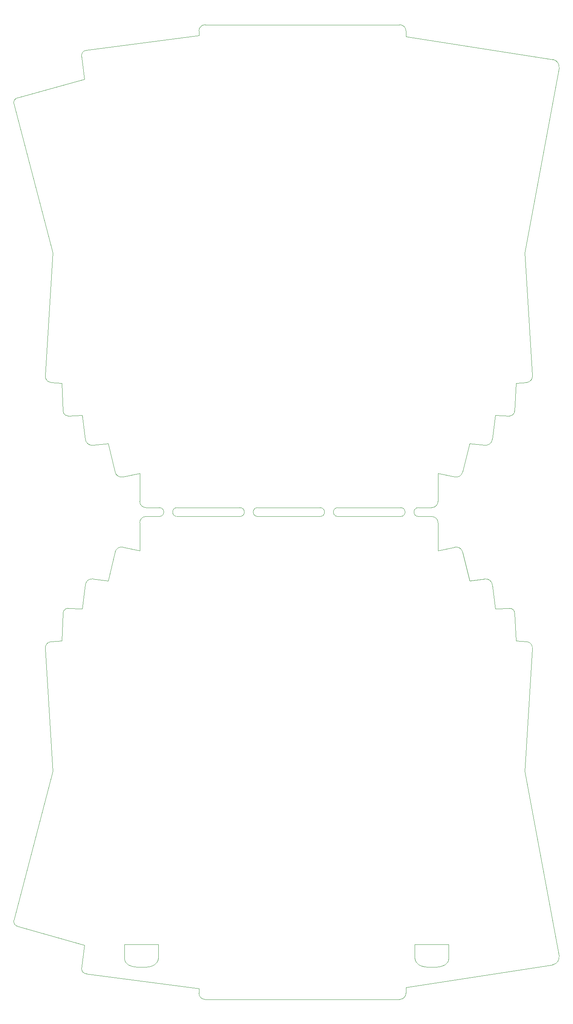
<source format=gm1>
G04 #@! TF.GenerationSoftware,KiCad,Pcbnew,7.0.10*
G04 #@! TF.CreationDate,2024-05-06T11:46:52-05:00*
G04 #@! TF.ProjectId,cowboys_vs_dinos,636f7762-6f79-4735-9f76-735f64696e6f,2*
G04 #@! TF.SameCoordinates,Original*
G04 #@! TF.FileFunction,Profile,NP*
%FSLAX46Y46*%
G04 Gerber Fmt 4.6, Leading zero omitted, Abs format (unit mm)*
G04 Created by KiCad (PCBNEW 7.0.10) date 2024-05-06 11:46:52*
%MOMM*%
%LPD*%
G01*
G04 APERTURE LIST*
G04 #@! TA.AperFunction,Profile*
%ADD10C,0.050000*%
G04 #@! TD*
G04 #@! TA.AperFunction,Profile*
%ADD11C,0.100000*%
G04 #@! TD*
G04 APERTURE END LIST*
D10*
X78831000Y-222284000D02*
X78704000Y-222919000D01*
X78831000Y-219210600D02*
X78831000Y-222284000D01*
X78704000Y-222919000D02*
X78450000Y-223300000D01*
X78450000Y-223300000D02*
X77942000Y-223808000D01*
X77942000Y-223808000D02*
X77307000Y-224062000D01*
X77307000Y-224062000D02*
X76799000Y-224189000D01*
X76799000Y-224189000D02*
X75783000Y-224316000D01*
X75021000Y-224316000D02*
X75783000Y-224316000D01*
X75021000Y-224316000D02*
X74259000Y-224316000D01*
X74259000Y-224316000D02*
X73370000Y-224189000D01*
X73370000Y-224189000D02*
X72735000Y-224062000D01*
X72735000Y-224062000D02*
X72100000Y-223808000D01*
X72100000Y-223808000D02*
X71592000Y-223300000D01*
X71592000Y-223300000D02*
X71338000Y-222919000D01*
X71338000Y-222919000D02*
X71211000Y-222284000D01*
X71211000Y-219210600D02*
X78831000Y-219210600D01*
X71211000Y-219210600D02*
X71211000Y-222284000D01*
D11*
X46412208Y-30566709D02*
X55150000Y-63950000D01*
X46412208Y-213733291D02*
X55150000Y-180350000D01*
X54755940Y-93060896D02*
X57150000Y-93250000D01*
X54755940Y-151239104D02*
X57150000Y-151050000D01*
X55150000Y-63950000D02*
X53450000Y-91451314D01*
X55150000Y-180350000D02*
X53450000Y-152848686D01*
X57150000Y-93250000D02*
X57450000Y-99450000D01*
X57150000Y-151050000D02*
X57450000Y-144850000D01*
X58550000Y-100550000D02*
X61750000Y-100450000D01*
X58550000Y-143750000D02*
X61750000Y-143850000D01*
X61597495Y-19646785D02*
X62250000Y-24950000D01*
X61597495Y-224653215D02*
X62250000Y-219350000D01*
X61750000Y-100450000D02*
X62439673Y-105744395D01*
X61750000Y-143850000D02*
X62439673Y-138555605D01*
X62250000Y-24950000D02*
X47250000Y-29150000D01*
X62250000Y-219350000D02*
X47250000Y-215150000D01*
X64150000Y-107149999D02*
X67550000Y-106750000D01*
X64150000Y-137150001D02*
X67550000Y-137550000D01*
X67550000Y-106750000D02*
X69122254Y-113135549D01*
X67550000Y-137550000D02*
X69122254Y-131164451D01*
X70950000Y-114249999D02*
X74650000Y-113450000D01*
X70950000Y-130050001D02*
X74650000Y-130850000D01*
X74650000Y-113450000D02*
X74650000Y-119750000D01*
X74650000Y-130850000D02*
X74650000Y-124550000D01*
X79050000Y-121150000D02*
X76050000Y-121150000D01*
X79050000Y-123150000D02*
X76050000Y-123150000D01*
X83050000Y-121150000D02*
X97150000Y-121150000D01*
X83050000Y-123150000D02*
X97150000Y-123150000D01*
X87950000Y-14150000D02*
X87950000Y-15150000D01*
X87950000Y-15150000D02*
X62699211Y-18495400D01*
X87950000Y-229150000D02*
X62699211Y-225804600D01*
X87950000Y-230150000D02*
X87950000Y-229150000D01*
X89350000Y-12750000D02*
X133050000Y-12750000D01*
X89350000Y-231550000D02*
X133050000Y-231550000D01*
X101150000Y-121150000D02*
X115150000Y-121150000D01*
X101150000Y-123150000D02*
X115150000Y-123150000D01*
X119150000Y-121150000D02*
X133250000Y-121150000D01*
X119150000Y-123150000D02*
X133250000Y-123150000D01*
X134450000Y-14150000D02*
X134450000Y-15450000D01*
X134450000Y-15450000D02*
X167440517Y-20546673D01*
X134450000Y-228850000D02*
X167440517Y-223753327D01*
X134450000Y-230150000D02*
X134450000Y-228850000D01*
X140250000Y-121150000D02*
X137250000Y-121150000D01*
X140250000Y-123150000D02*
X137250000Y-123150000D01*
X141650000Y-113450000D02*
X141650000Y-119750000D01*
X141650000Y-130850000D02*
X141650000Y-124550000D01*
X145350000Y-114249999D02*
X141650000Y-113450000D01*
X145350000Y-130050001D02*
X141650000Y-130850000D01*
X148750000Y-106750000D02*
X147177746Y-113135549D01*
X148750000Y-137550000D02*
X147177746Y-131164451D01*
X152150000Y-107149999D02*
X148750000Y-106750000D01*
X152150000Y-137150001D02*
X148750000Y-137550000D01*
X154550000Y-100450000D02*
X153860327Y-105744395D01*
X154550000Y-143850000D02*
X153860327Y-138555605D01*
X157750000Y-100550000D02*
X154550000Y-100450000D01*
X157750000Y-143750000D02*
X154550000Y-143850000D01*
X159150000Y-93250000D02*
X158850000Y-99450000D01*
X159150000Y-151050000D02*
X158850000Y-144850000D01*
X161150000Y-63950000D02*
X162850000Y-91451314D01*
X161150000Y-180350000D02*
X162850000Y-152848686D01*
X161544060Y-93060896D02*
X159150000Y-93250000D01*
X161544060Y-151239104D02*
X159150000Y-151050000D01*
X168843296Y-22530469D02*
X161150000Y-63950000D01*
X168843296Y-221769531D02*
X161150000Y-180350000D01*
X47250000Y-29150000D02*
G75*
G03*
X46412209Y-30566709I229453J-1091765D01*
G01*
X46412209Y-213733291D02*
G75*
G03*
X47250000Y-215150000I1067244J-324944D01*
G01*
X54755940Y-151239105D02*
G75*
G03*
X53450001Y-152848686I94063J-1410898D01*
G01*
X53450001Y-91451314D02*
G75*
G03*
X54755940Y-93060895I1400001J-198684D01*
G01*
X58550000Y-143750000D02*
G75*
G03*
X57450000Y-144850000I2J-1100002D01*
G01*
X57450000Y-99450000D02*
G75*
G03*
X58550000Y-100550000I1100002J2D01*
G01*
X62699211Y-18495402D02*
G75*
G03*
X61597496Y-19646785I34970J-1136248D01*
G01*
X64150000Y-137150002D02*
G75*
G03*
X62440032Y-138550024I-200000J-1499999D01*
G01*
X61597495Y-224653215D02*
G75*
G03*
X62699211Y-225804599I1136686J-15135D01*
G01*
X62440033Y-105749976D02*
G75*
G03*
X64150000Y-107149997I1509967J99977D01*
G01*
X70950000Y-130050002D02*
G75*
G03*
X69122255Y-131164451I-400000J-1399998D01*
G01*
X69122255Y-113135549D02*
G75*
G03*
X70950000Y-114249998I1427746J285550D01*
G01*
X76050000Y-123150000D02*
G75*
G03*
X74650000Y-124550000I2J-1400002D01*
G01*
X74650000Y-119750000D02*
G75*
G03*
X76050000Y-121150000I1400002J2D01*
G01*
X79050000Y-123150000D02*
G75*
G03*
X79050000Y-121150000I0J1000000D01*
G01*
X83050000Y-121150000D02*
G75*
G03*
X83050000Y-123150000I0J-1000000D01*
G01*
X89350000Y-12750000D02*
G75*
G03*
X87950000Y-14150000I2J-1400002D01*
G01*
X87950000Y-230150000D02*
G75*
G03*
X89350000Y-231550000I1400002J2D01*
G01*
X97150000Y-123150000D02*
G75*
G03*
X97150000Y-121150000I0J1000000D01*
G01*
X101150000Y-121150000D02*
G75*
G03*
X101150000Y-123150000I0J-1000000D01*
G01*
X115150000Y-123150000D02*
G75*
G03*
X115150000Y-121150000I0J1000000D01*
G01*
X119150000Y-121150000D02*
G75*
G03*
X119150000Y-123150000I0J-1000000D01*
G01*
X134450000Y-14150000D02*
G75*
G03*
X133050000Y-12750000I-1400000J0D01*
G01*
X133250000Y-123150000D02*
G75*
G03*
X133250000Y-121150000I0J1000000D01*
G01*
X133050000Y-231550000D02*
G75*
G03*
X134450000Y-230150000I0J1400000D01*
G01*
X137250000Y-121150000D02*
G75*
G03*
X137250000Y-123150000I0J-1000000D01*
G01*
X141650000Y-124550000D02*
G75*
G03*
X140250000Y-123150000I-1400000J0D01*
G01*
X140250000Y-121150000D02*
G75*
G03*
X141650000Y-119750000I0J1400000D01*
G01*
X147177746Y-131164451D02*
G75*
G03*
X145350000Y-130050001I-1427746J-285549D01*
G01*
X145350000Y-114249998D02*
G75*
G03*
X147177745Y-113135549I400000J1399998D01*
G01*
X153860326Y-138555605D02*
G75*
G03*
X152150000Y-137150002I-1510326J-94395D01*
G01*
X152150000Y-107149998D02*
G75*
G03*
X153860326Y-105744395I200000J1499998D01*
G01*
X158850000Y-144850000D02*
G75*
G03*
X157750000Y-143750000I-1100000J0D01*
G01*
X157750000Y-100550000D02*
G75*
G03*
X158850000Y-99450000I0J1100000D01*
G01*
X162849999Y-152848686D02*
G75*
G03*
X161544060Y-151239105I-1399999J198686D01*
G01*
X161544060Y-93060896D02*
G75*
G03*
X162850000Y-91451314I-94060J1410896D01*
G01*
X168843314Y-22530472D02*
G75*
G03*
X167440517Y-20546673I-1702814J283772D01*
G01*
X167440514Y-223753308D02*
G75*
G03*
X168843295Y-221769531I-300014J1700008D01*
G01*
D10*
X144031000Y-222284000D02*
X143904000Y-222919000D01*
X144031000Y-219210600D02*
X144031000Y-222284000D01*
X143904000Y-222919000D02*
X143650000Y-223300000D01*
X143650000Y-223300000D02*
X143142000Y-223808000D01*
X143142000Y-223808000D02*
X142507000Y-224062000D01*
X142507000Y-224062000D02*
X141999000Y-224189000D01*
X141999000Y-224189000D02*
X140983000Y-224316000D01*
X140221000Y-224316000D02*
X140983000Y-224316000D01*
X140221000Y-224316000D02*
X139459000Y-224316000D01*
X139459000Y-224316000D02*
X138570000Y-224189000D01*
X138570000Y-224189000D02*
X137935000Y-224062000D01*
X137935000Y-224062000D02*
X137300000Y-223808000D01*
X137300000Y-223808000D02*
X136792000Y-223300000D01*
X136792000Y-223300000D02*
X136538000Y-222919000D01*
X136538000Y-222919000D02*
X136411000Y-222284000D01*
X136411000Y-219210600D02*
X144031000Y-219210600D01*
X136411000Y-219210600D02*
X136411000Y-222284000D01*
M02*

</source>
